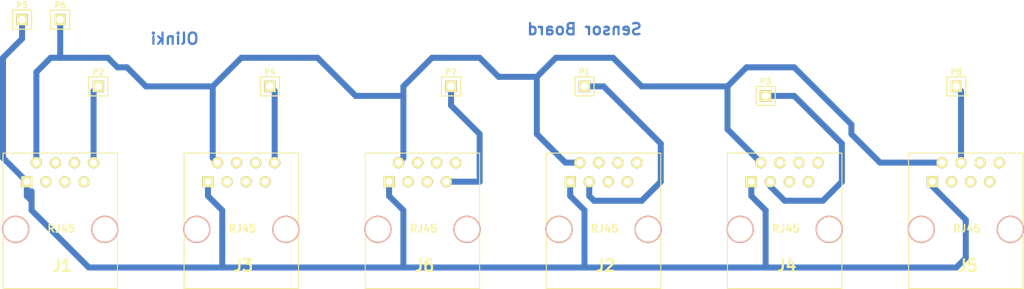
<source format=kicad_pcb>
(kicad_pcb (version 3) (host pcbnew "(2013-may-18)-stable")

  (general
    (links 18)
    (no_connects 0)
    (area 18.65 12.6238 155.33751 51.371501)
    (thickness 1.6)
    (drawings 2)
    (tracks 91)
    (zones 0)
    (modules 14)
    (nets 9)
  )

  (page A3)
  (layers
    (15 F.Cu signal)
    (0 B.Cu signal)
    (16 B.Adhes user)
    (17 F.Adhes user)
    (18 B.Paste user)
    (19 F.Paste user)
    (20 B.SilkS user)
    (21 F.SilkS user)
    (22 B.Mask user)
    (23 F.Mask user)
    (24 Dwgs.User user)
    (25 Cmts.User user)
    (26 Eco1.User user)
    (27 Eco2.User user)
    (28 Edge.Cuts user)
  )

  (setup
    (last_trace_width 0.8)
    (trace_clearance 0.254)
    (zone_clearance 0.508)
    (zone_45_only no)
    (trace_min 0.254)
    (segment_width 0.2)
    (edge_width 0.1)
    (via_size 0.889)
    (via_drill 0.635)
    (via_min_size 0.889)
    (via_min_drill 0.508)
    (uvia_size 0.508)
    (uvia_drill 0.127)
    (uvias_allowed no)
    (uvia_min_size 0.508)
    (uvia_min_drill 0.127)
    (pcb_text_width 0.3)
    (pcb_text_size 1.5 1.5)
    (mod_edge_width 0.15)
    (mod_text_size 1 1)
    (mod_text_width 0.15)
    (pad_size 1.5 1.5)
    (pad_drill 0.6)
    (pad_to_mask_clearance 0)
    (aux_axis_origin 0 0)
    (visible_elements FFFFFFBF)
    (pcbplotparams
      (layerselection 3178497)
      (usegerberextensions false)
      (excludeedgelayer true)
      (linewidth 0.150000)
      (plotframeref false)
      (viasonmask false)
      (mode 1)
      (useauxorigin false)
      (hpglpennumber 1)
      (hpglpenspeed 20)
      (hpglpendiameter 15)
      (hpglpenoverlay 2)
      (psnegative false)
      (psa4output false)
      (plotreference true)
      (plotvalue true)
      (plotothertext true)
      (plotinvisibletext false)
      (padsonsilk false)
      (subtractmaskfromsilk false)
      (outputformat 2)
      (mirror false)
      (drillshape 0)
      (scaleselection 1)
      (outputdirectory ""))
  )

  (net 0 "")
  (net 1 GND)
  (net 2 N-000001)
  (net 3 N-0000018)
  (net 4 N-0000028)
  (net 5 N-0000041)
  (net 6 N-0000043)
  (net 7 N-000009)
  (net 8 VCC)

  (net_class Default "This is the default net class."
    (clearance 0.254)
    (trace_width 0.8)
    (via_dia 0.889)
    (via_drill 0.635)
    (uvia_dia 0.508)
    (uvia_drill 0.127)
    (add_net "")
    (add_net GND)
    (add_net N-000001)
    (add_net N-0000018)
    (add_net N-0000028)
    (add_net N-0000041)
    (add_net N-0000043)
    (add_net N-000009)
    (add_net VCC)
  )

  (module RJ45_8 (layer F.Cu) (tedit 4745DA96) (tstamp 5624461F)
    (at 26.67 43.18)
    (tags RJ45)
    (path /56241AAA)
    (fp_text reference J1 (at 0.254 4.826) (layer F.SilkS)
      (effects (font (size 1.524 1.524) (thickness 0.3048)))
    )
    (fp_text value RJ45 (at 0.14224 -0.1016) (layer F.SilkS)
      (effects (font (size 1.00076 1.00076) (thickness 0.2032)))
    )
    (fp_line (start -7.62 7.874) (end 7.62 7.874) (layer F.SilkS) (width 0.127))
    (fp_line (start 7.62 7.874) (end 7.62 -10.16) (layer F.SilkS) (width 0.127))
    (fp_line (start 7.62 -10.16) (end -7.62 -10.16) (layer F.SilkS) (width 0.127))
    (fp_line (start -7.62 -10.16) (end -7.62 7.874) (layer F.SilkS) (width 0.127))
    (pad Hole np_thru_hole circle (at 5.93852 0) (size 3.64998 3.64998) (drill 3.2512)
      (layers *.Cu *.SilkS *.Mask)
    )
    (pad Hole np_thru_hole circle (at -5.9309 0) (size 3.64998 3.64998) (drill 3.2512)
      (layers *.Cu *.SilkS *.Mask)
    )
    (pad 1 thru_hole rect (at -4.445 -6.35) (size 1.50114 1.50114) (drill 0.89916)
      (layers *.Cu *.Mask F.SilkS)
      (net 8 VCC)
    )
    (pad 2 thru_hole circle (at -3.175 -8.89) (size 1.50114 1.50114) (drill 0.89916)
      (layers *.Cu *.Mask F.SilkS)
      (net 1 GND)
    )
    (pad 3 thru_hole circle (at -1.905 -6.35) (size 1.50114 1.50114) (drill 0.89916)
      (layers *.Cu *.Mask F.SilkS)
    )
    (pad 4 thru_hole circle (at -0.635 -8.89) (size 1.50114 1.50114) (drill 0.89916)
      (layers *.Cu *.Mask F.SilkS)
    )
    (pad 5 thru_hole circle (at 0.635 -6.35) (size 1.50114 1.50114) (drill 0.89916)
      (layers *.Cu *.Mask F.SilkS)
    )
    (pad 6 thru_hole circle (at 1.905 -8.89) (size 1.50114 1.50114) (drill 0.89916)
      (layers *.Cu *.Mask F.SilkS)
    )
    (pad 7 thru_hole circle (at 3.175 -6.35) (size 1.50114 1.50114) (drill 0.89916)
      (layers *.Cu *.Mask F.SilkS)
    )
    (pad 8 thru_hole circle (at 4.445 -8.89) (size 1.50114 1.50114) (drill 0.89916)
      (layers *.Cu *.Mask F.SilkS)
      (net 4 N-0000028)
    )
    (model connectors/RJ45_8.wrl
      (at (xyz 0 0 0))
      (scale (xyz 0.4 0.4 0.4))
      (rotate (xyz 0 0 0))
    )
  )

  (module RJ45_8 (layer F.Cu) (tedit 4745DA96) (tstamp 56244631)
    (at 50.8 43.18)
    (tags RJ45)
    (path /56241AB9)
    (fp_text reference J3 (at 0.254 4.826) (layer F.SilkS)
      (effects (font (size 1.524 1.524) (thickness 0.3048)))
    )
    (fp_text value RJ45 (at 0.14224 -0.1016) (layer F.SilkS)
      (effects (font (size 1.00076 1.00076) (thickness 0.2032)))
    )
    (fp_line (start -7.62 7.874) (end 7.62 7.874) (layer F.SilkS) (width 0.127))
    (fp_line (start 7.62 7.874) (end 7.62 -10.16) (layer F.SilkS) (width 0.127))
    (fp_line (start 7.62 -10.16) (end -7.62 -10.16) (layer F.SilkS) (width 0.127))
    (fp_line (start -7.62 -10.16) (end -7.62 7.874) (layer F.SilkS) (width 0.127))
    (pad Hole np_thru_hole circle (at 5.93852 0) (size 3.64998 3.64998) (drill 3.2512)
      (layers *.Cu *.SilkS *.Mask)
    )
    (pad Hole np_thru_hole circle (at -5.9309 0) (size 3.64998 3.64998) (drill 3.2512)
      (layers *.Cu *.SilkS *.Mask)
    )
    (pad 1 thru_hole rect (at -4.445 -6.35) (size 1.50114 1.50114) (drill 0.89916)
      (layers *.Cu *.Mask F.SilkS)
      (net 8 VCC)
    )
    (pad 2 thru_hole circle (at -3.175 -8.89) (size 1.50114 1.50114) (drill 0.89916)
      (layers *.Cu *.Mask F.SilkS)
      (net 1 GND)
    )
    (pad 3 thru_hole circle (at -1.905 -6.35) (size 1.50114 1.50114) (drill 0.89916)
      (layers *.Cu *.Mask F.SilkS)
    )
    (pad 4 thru_hole circle (at -0.635 -8.89) (size 1.50114 1.50114) (drill 0.89916)
      (layers *.Cu *.Mask F.SilkS)
    )
    (pad 5 thru_hole circle (at 0.635 -6.35) (size 1.50114 1.50114) (drill 0.89916)
      (layers *.Cu *.Mask F.SilkS)
    )
    (pad 6 thru_hole circle (at 1.905 -8.89) (size 1.50114 1.50114) (drill 0.89916)
      (layers *.Cu *.Mask F.SilkS)
    )
    (pad 7 thru_hole circle (at 3.175 -6.35) (size 1.50114 1.50114) (drill 0.89916)
      (layers *.Cu *.Mask F.SilkS)
    )
    (pad 8 thru_hole circle (at 4.445 -8.89) (size 1.50114 1.50114) (drill 0.89916)
      (layers *.Cu *.Mask F.SilkS)
      (net 3 N-0000018)
    )
    (model connectors/RJ45_8.wrl
      (at (xyz 0 0 0))
      (scale (xyz 0.4 0.4 0.4))
      (rotate (xyz 0 0 0))
    )
  )

  (module RJ45_8 (layer F.Cu) (tedit 4745DA96) (tstamp 56244643)
    (at 74.93 43.18)
    (tags RJ45)
    (path /56241AD7)
    (fp_text reference J6 (at 0.254 4.826) (layer F.SilkS)
      (effects (font (size 1.524 1.524) (thickness 0.3048)))
    )
    (fp_text value RJ45 (at 0.14224 -0.1016) (layer F.SilkS)
      (effects (font (size 1.00076 1.00076) (thickness 0.2032)))
    )
    (fp_line (start -7.62 7.874) (end 7.62 7.874) (layer F.SilkS) (width 0.127))
    (fp_line (start 7.62 7.874) (end 7.62 -10.16) (layer F.SilkS) (width 0.127))
    (fp_line (start 7.62 -10.16) (end -7.62 -10.16) (layer F.SilkS) (width 0.127))
    (fp_line (start -7.62 -10.16) (end -7.62 7.874) (layer F.SilkS) (width 0.127))
    (pad Hole np_thru_hole circle (at 5.93852 0) (size 3.64998 3.64998) (drill 3.2512)
      (layers *.Cu *.SilkS *.Mask)
    )
    (pad Hole np_thru_hole circle (at -5.9309 0) (size 3.64998 3.64998) (drill 3.2512)
      (layers *.Cu *.SilkS *.Mask)
    )
    (pad 1 thru_hole rect (at -4.445 -6.35) (size 1.50114 1.50114) (drill 0.89916)
      (layers *.Cu *.Mask F.SilkS)
      (net 8 VCC)
    )
    (pad 2 thru_hole circle (at -3.175 -8.89) (size 1.50114 1.50114) (drill 0.89916)
      (layers *.Cu *.Mask F.SilkS)
      (net 1 GND)
    )
    (pad 3 thru_hole circle (at -1.905 -6.35) (size 1.50114 1.50114) (drill 0.89916)
      (layers *.Cu *.Mask F.SilkS)
    )
    (pad 4 thru_hole circle (at -0.635 -8.89) (size 1.50114 1.50114) (drill 0.89916)
      (layers *.Cu *.Mask F.SilkS)
    )
    (pad 5 thru_hole circle (at 0.635 -6.35) (size 1.50114 1.50114) (drill 0.89916)
      (layers *.Cu *.Mask F.SilkS)
    )
    (pad 6 thru_hole circle (at 1.905 -8.89) (size 1.50114 1.50114) (drill 0.89916)
      (layers *.Cu *.Mask F.SilkS)
    )
    (pad 7 thru_hole circle (at 3.175 -6.35) (size 1.50114 1.50114) (drill 0.89916)
      (layers *.Cu *.Mask F.SilkS)
      (net 5 N-0000041)
    )
    (pad 8 thru_hole circle (at 4.445 -8.89) (size 1.50114 1.50114) (drill 0.89916)
      (layers *.Cu *.Mask F.SilkS)
    )
    (model connectors/RJ45_8.wrl
      (at (xyz 0 0 0))
      (scale (xyz 0.4 0.4 0.4))
      (rotate (xyz 0 0 0))
    )
  )

  (module RJ45_8 (layer F.Cu) (tedit 4745DA96) (tstamp 56244655)
    (at 99.06 43.18)
    (tags RJ45)
    (path /56241AE6)
    (fp_text reference J2 (at 0.254 4.826) (layer F.SilkS)
      (effects (font (size 1.524 1.524) (thickness 0.3048)))
    )
    (fp_text value RJ45 (at 0.14224 -0.1016) (layer F.SilkS)
      (effects (font (size 1.00076 1.00076) (thickness 0.2032)))
    )
    (fp_line (start -7.62 7.874) (end 7.62 7.874) (layer F.SilkS) (width 0.127))
    (fp_line (start 7.62 7.874) (end 7.62 -10.16) (layer F.SilkS) (width 0.127))
    (fp_line (start 7.62 -10.16) (end -7.62 -10.16) (layer F.SilkS) (width 0.127))
    (fp_line (start -7.62 -10.16) (end -7.62 7.874) (layer F.SilkS) (width 0.127))
    (pad Hole np_thru_hole circle (at 5.93852 0) (size 3.64998 3.64998) (drill 3.2512)
      (layers *.Cu *.SilkS *.Mask)
    )
    (pad Hole np_thru_hole circle (at -5.9309 0) (size 3.64998 3.64998) (drill 3.2512)
      (layers *.Cu *.SilkS *.Mask)
    )
    (pad 1 thru_hole rect (at -4.445 -6.35) (size 1.50114 1.50114) (drill 0.89916)
      (layers *.Cu *.Mask F.SilkS)
      (net 8 VCC)
    )
    (pad 2 thru_hole circle (at -3.175 -8.89) (size 1.50114 1.50114) (drill 0.89916)
      (layers *.Cu *.Mask F.SilkS)
      (net 1 GND)
    )
    (pad 3 thru_hole circle (at -1.905 -6.35) (size 1.50114 1.50114) (drill 0.89916)
      (layers *.Cu *.Mask F.SilkS)
      (net 7 N-000009)
    )
    (pad 4 thru_hole circle (at -0.635 -8.89) (size 1.50114 1.50114) (drill 0.89916)
      (layers *.Cu *.Mask F.SilkS)
    )
    (pad 5 thru_hole circle (at 0.635 -6.35) (size 1.50114 1.50114) (drill 0.89916)
      (layers *.Cu *.Mask F.SilkS)
    )
    (pad 6 thru_hole circle (at 1.905 -8.89) (size 1.50114 1.50114) (drill 0.89916)
      (layers *.Cu *.Mask F.SilkS)
    )
    (pad 7 thru_hole circle (at 3.175 -6.35) (size 1.50114 1.50114) (drill 0.89916)
      (layers *.Cu *.Mask F.SilkS)
    )
    (pad 8 thru_hole circle (at 4.445 -8.89) (size 1.50114 1.50114) (drill 0.89916)
      (layers *.Cu *.Mask F.SilkS)
    )
    (model connectors/RJ45_8.wrl
      (at (xyz 0 0 0))
      (scale (xyz 0.4 0.4 0.4))
      (rotate (xyz 0 0 0))
    )
  )

  (module RJ45_8 (layer F.Cu) (tedit 4745DA96) (tstamp 56244667)
    (at 123.19 43.18)
    (tags RJ45)
    (path /56241AF5)
    (fp_text reference J4 (at 0.254 4.826) (layer F.SilkS)
      (effects (font (size 1.524 1.524) (thickness 0.3048)))
    )
    (fp_text value RJ45 (at 0.14224 -0.1016) (layer F.SilkS)
      (effects (font (size 1.00076 1.00076) (thickness 0.2032)))
    )
    (fp_line (start -7.62 7.874) (end 7.62 7.874) (layer F.SilkS) (width 0.127))
    (fp_line (start 7.62 7.874) (end 7.62 -10.16) (layer F.SilkS) (width 0.127))
    (fp_line (start 7.62 -10.16) (end -7.62 -10.16) (layer F.SilkS) (width 0.127))
    (fp_line (start -7.62 -10.16) (end -7.62 7.874) (layer F.SilkS) (width 0.127))
    (pad Hole np_thru_hole circle (at 5.93852 0) (size 3.64998 3.64998) (drill 3.2512)
      (layers *.Cu *.SilkS *.Mask)
    )
    (pad Hole np_thru_hole circle (at -5.9309 0) (size 3.64998 3.64998) (drill 3.2512)
      (layers *.Cu *.SilkS *.Mask)
    )
    (pad 1 thru_hole rect (at -4.445 -6.35) (size 1.50114 1.50114) (drill 0.89916)
      (layers *.Cu *.Mask F.SilkS)
      (net 8 VCC)
    )
    (pad 2 thru_hole circle (at -3.175 -8.89) (size 1.50114 1.50114) (drill 0.89916)
      (layers *.Cu *.Mask F.SilkS)
      (net 1 GND)
    )
    (pad 3 thru_hole circle (at -1.905 -6.35) (size 1.50114 1.50114) (drill 0.89916)
      (layers *.Cu *.Mask F.SilkS)
      (net 2 N-000001)
    )
    (pad 4 thru_hole circle (at -0.635 -8.89) (size 1.50114 1.50114) (drill 0.89916)
      (layers *.Cu *.Mask F.SilkS)
    )
    (pad 5 thru_hole circle (at 0.635 -6.35) (size 1.50114 1.50114) (drill 0.89916)
      (layers *.Cu *.Mask F.SilkS)
    )
    (pad 6 thru_hole circle (at 1.905 -8.89) (size 1.50114 1.50114) (drill 0.89916)
      (layers *.Cu *.Mask F.SilkS)
    )
    (pad 7 thru_hole circle (at 3.175 -6.35) (size 1.50114 1.50114) (drill 0.89916)
      (layers *.Cu *.Mask F.SilkS)
    )
    (pad 8 thru_hole circle (at 4.445 -8.89) (size 1.50114 1.50114) (drill 0.89916)
      (layers *.Cu *.Mask F.SilkS)
    )
    (model connectors/RJ45_8.wrl
      (at (xyz 0 0 0))
      (scale (xyz 0.4 0.4 0.4))
      (rotate (xyz 0 0 0))
    )
  )

  (module RJ45_8 (layer F.Cu) (tedit 4745DA96) (tstamp 56244679)
    (at 147.32 43.18)
    (tags RJ45)
    (path /56241B04)
    (fp_text reference J5 (at 0.254 4.826) (layer F.SilkS)
      (effects (font (size 1.524 1.524) (thickness 0.3048)))
    )
    (fp_text value RJ45 (at 0.14224 -0.1016) (layer F.SilkS)
      (effects (font (size 1.00076 1.00076) (thickness 0.2032)))
    )
    (fp_line (start -7.62 7.874) (end 7.62 7.874) (layer F.SilkS) (width 0.127))
    (fp_line (start 7.62 7.874) (end 7.62 -10.16) (layer F.SilkS) (width 0.127))
    (fp_line (start 7.62 -10.16) (end -7.62 -10.16) (layer F.SilkS) (width 0.127))
    (fp_line (start -7.62 -10.16) (end -7.62 7.874) (layer F.SilkS) (width 0.127))
    (pad Hole np_thru_hole circle (at 5.93852 0) (size 3.64998 3.64998) (drill 3.2512)
      (layers *.Cu *.SilkS *.Mask)
    )
    (pad Hole np_thru_hole circle (at -5.9309 0) (size 3.64998 3.64998) (drill 3.2512)
      (layers *.Cu *.SilkS *.Mask)
    )
    (pad 1 thru_hole rect (at -4.445 -6.35) (size 1.50114 1.50114) (drill 0.89916)
      (layers *.Cu *.Mask F.SilkS)
      (net 8 VCC)
    )
    (pad 2 thru_hole circle (at -3.175 -8.89) (size 1.50114 1.50114) (drill 0.89916)
      (layers *.Cu *.Mask F.SilkS)
      (net 1 GND)
    )
    (pad 3 thru_hole circle (at -1.905 -6.35) (size 1.50114 1.50114) (drill 0.89916)
      (layers *.Cu *.Mask F.SilkS)
    )
    (pad 4 thru_hole circle (at -0.635 -8.89) (size 1.50114 1.50114) (drill 0.89916)
      (layers *.Cu *.Mask F.SilkS)
      (net 6 N-0000043)
    )
    (pad 5 thru_hole circle (at 0.635 -6.35) (size 1.50114 1.50114) (drill 0.89916)
      (layers *.Cu *.Mask F.SilkS)
    )
    (pad 6 thru_hole circle (at 1.905 -8.89) (size 1.50114 1.50114) (drill 0.89916)
      (layers *.Cu *.Mask F.SilkS)
    )
    (pad 7 thru_hole circle (at 3.175 -6.35) (size 1.50114 1.50114) (drill 0.89916)
      (layers *.Cu *.Mask F.SilkS)
    )
    (pad 8 thru_hole circle (at 4.445 -8.89) (size 1.50114 1.50114) (drill 0.89916)
      (layers *.Cu *.Mask F.SilkS)
    )
    (model connectors/RJ45_8.wrl
      (at (xyz 0 0 0))
      (scale (xyz 0.4 0.4 0.4))
      (rotate (xyz 0 0 0))
    )
  )

  (module PIN_ARRAY_1 (layer F.Cu) (tedit 4E4E744E) (tstamp 56244682)
    (at 78.74 24.13)
    (descr "1 pin")
    (tags "CONN DEV")
    (path /5624346E)
    (fp_text reference P7 (at 0 -1.905) (layer F.SilkS)
      (effects (font (size 0.762 0.762) (thickness 0.1524)))
    )
    (fp_text value CONN_1 (at 0 -1.905) (layer F.SilkS) hide
      (effects (font (size 0.762 0.762) (thickness 0.1524)))
    )
    (fp_line (start 1.27 1.27) (end -1.27 1.27) (layer F.SilkS) (width 0.1524))
    (fp_line (start -1.27 -1.27) (end 1.27 -1.27) (layer F.SilkS) (width 0.1524))
    (fp_line (start -1.27 1.27) (end -1.27 -1.27) (layer F.SilkS) (width 0.1524))
    (fp_line (start 1.27 -1.27) (end 1.27 1.27) (layer F.SilkS) (width 0.1524))
    (pad 1 thru_hole rect (at 0 0) (size 1.524 1.524) (drill 1.016)
      (layers *.Cu *.Mask F.SilkS)
      (net 5 N-0000041)
    )
    (model pin_array\pin_1.wrl
      (at (xyz 0 0 0))
      (scale (xyz 1 1 1))
      (rotate (xyz 0 0 0))
    )
  )

  (module PIN_ARRAY_1 (layer F.Cu) (tedit 4E4E744E) (tstamp 5624468B)
    (at 146.05 24.13)
    (descr "1 pin")
    (tags "CONN DEV")
    (path /5624351B)
    (fp_text reference P8 (at 0 -1.905) (layer F.SilkS)
      (effects (font (size 0.762 0.762) (thickness 0.1524)))
    )
    (fp_text value CONN_1 (at 0 -1.905) (layer F.SilkS) hide
      (effects (font (size 0.762 0.762) (thickness 0.1524)))
    )
    (fp_line (start 1.27 1.27) (end -1.27 1.27) (layer F.SilkS) (width 0.1524))
    (fp_line (start -1.27 -1.27) (end 1.27 -1.27) (layer F.SilkS) (width 0.1524))
    (fp_line (start -1.27 1.27) (end -1.27 -1.27) (layer F.SilkS) (width 0.1524))
    (fp_line (start 1.27 -1.27) (end 1.27 1.27) (layer F.SilkS) (width 0.1524))
    (pad 1 thru_hole rect (at 0 0) (size 1.524 1.524) (drill 1.016)
      (layers *.Cu *.Mask F.SilkS)
      (net 6 N-0000043)
    )
    (model pin_array\pin_1.wrl
      (at (xyz 0 0 0))
      (scale (xyz 1 1 1))
      (rotate (xyz 0 0 0))
    )
  )

  (module PIN_ARRAY_1 (layer F.Cu) (tedit 4E4E744E) (tstamp 56244694)
    (at 31.75 24.13)
    (descr "1 pin")
    (tags "CONN DEV")
    (path /56244507)
    (fp_text reference P2 (at 0 -1.905) (layer F.SilkS)
      (effects (font (size 0.762 0.762) (thickness 0.1524)))
    )
    (fp_text value CONN_1 (at 0 -1.905) (layer F.SilkS) hide
      (effects (font (size 0.762 0.762) (thickness 0.1524)))
    )
    (fp_line (start 1.27 1.27) (end -1.27 1.27) (layer F.SilkS) (width 0.1524))
    (fp_line (start -1.27 -1.27) (end 1.27 -1.27) (layer F.SilkS) (width 0.1524))
    (fp_line (start -1.27 1.27) (end -1.27 -1.27) (layer F.SilkS) (width 0.1524))
    (fp_line (start 1.27 -1.27) (end 1.27 1.27) (layer F.SilkS) (width 0.1524))
    (pad 1 thru_hole rect (at 0 0) (size 1.524 1.524) (drill 1.016)
      (layers *.Cu *.Mask F.SilkS)
      (net 4 N-0000028)
    )
    (model pin_array\pin_1.wrl
      (at (xyz 0 0 0))
      (scale (xyz 1 1 1))
      (rotate (xyz 0 0 0))
    )
  )

  (module PIN_ARRAY_1 (layer F.Cu) (tedit 4E4E744E) (tstamp 5624469D)
    (at 54.61 24.13)
    (descr "1 pin")
    (tags "CONN DEV")
    (path /5624451B)
    (fp_text reference P4 (at 0 -1.905) (layer F.SilkS)
      (effects (font (size 0.762 0.762) (thickness 0.1524)))
    )
    (fp_text value CONN_1 (at 0 -1.905) (layer F.SilkS) hide
      (effects (font (size 0.762 0.762) (thickness 0.1524)))
    )
    (fp_line (start 1.27 1.27) (end -1.27 1.27) (layer F.SilkS) (width 0.1524))
    (fp_line (start -1.27 -1.27) (end 1.27 -1.27) (layer F.SilkS) (width 0.1524))
    (fp_line (start -1.27 1.27) (end -1.27 -1.27) (layer F.SilkS) (width 0.1524))
    (fp_line (start 1.27 -1.27) (end 1.27 1.27) (layer F.SilkS) (width 0.1524))
    (pad 1 thru_hole rect (at 0 0) (size 1.524 1.524) (drill 1.016)
      (layers *.Cu *.Mask F.SilkS)
      (net 3 N-0000018)
    )
    (model pin_array\pin_1.wrl
      (at (xyz 0 0 0))
      (scale (xyz 1 1 1))
      (rotate (xyz 0 0 0))
    )
  )

  (module PIN_ARRAY_1 (layer F.Cu) (tedit 4E4E744E) (tstamp 562446A6)
    (at 21.59 15.24)
    (descr "1 pin")
    (tags "CONN DEV")
    (path /56244596)
    (fp_text reference P5 (at 0 -1.905) (layer F.SilkS)
      (effects (font (size 0.762 0.762) (thickness 0.1524)))
    )
    (fp_text value CONN_1 (at 0 -1.905) (layer F.SilkS) hide
      (effects (font (size 0.762 0.762) (thickness 0.1524)))
    )
    (fp_line (start 1.27 1.27) (end -1.27 1.27) (layer F.SilkS) (width 0.1524))
    (fp_line (start -1.27 -1.27) (end 1.27 -1.27) (layer F.SilkS) (width 0.1524))
    (fp_line (start -1.27 1.27) (end -1.27 -1.27) (layer F.SilkS) (width 0.1524))
    (fp_line (start 1.27 -1.27) (end 1.27 1.27) (layer F.SilkS) (width 0.1524))
    (pad 1 thru_hole rect (at 0 0) (size 1.524 1.524) (drill 1.016)
      (layers *.Cu *.Mask F.SilkS)
      (net 8 VCC)
    )
    (model pin_array\pin_1.wrl
      (at (xyz 0 0 0))
      (scale (xyz 1 1 1))
      (rotate (xyz 0 0 0))
    )
  )

  (module PIN_ARRAY_1 (layer F.Cu) (tedit 4E4E744E) (tstamp 562446AF)
    (at 26.67 15.24)
    (descr "1 pin")
    (tags "CONN DEV")
    (path /562445A5)
    (fp_text reference P6 (at 0 -1.905) (layer F.SilkS)
      (effects (font (size 0.762 0.762) (thickness 0.1524)))
    )
    (fp_text value CONN_1 (at 0 -1.905) (layer F.SilkS) hide
      (effects (font (size 0.762 0.762) (thickness 0.1524)))
    )
    (fp_line (start 1.27 1.27) (end -1.27 1.27) (layer F.SilkS) (width 0.1524))
    (fp_line (start -1.27 -1.27) (end 1.27 -1.27) (layer F.SilkS) (width 0.1524))
    (fp_line (start -1.27 1.27) (end -1.27 -1.27) (layer F.SilkS) (width 0.1524))
    (fp_line (start 1.27 -1.27) (end 1.27 1.27) (layer F.SilkS) (width 0.1524))
    (pad 1 thru_hole rect (at 0 0) (size 1.524 1.524) (drill 1.016)
      (layers *.Cu *.Mask F.SilkS)
      (net 1 GND)
    )
    (model pin_array\pin_1.wrl
      (at (xyz 0 0 0))
      (scale (xyz 1 1 1))
      (rotate (xyz 0 0 0))
    )
  )

  (module PIN_ARRAY_1 (layer F.Cu) (tedit 4E4E744E) (tstamp 562446B8)
    (at 96.52 24.13)
    (descr "1 pin")
    (tags "CONN DEV")
    (path /56244657)
    (fp_text reference P1 (at 0 -1.905) (layer F.SilkS)
      (effects (font (size 0.762 0.762) (thickness 0.1524)))
    )
    (fp_text value CONN_1 (at 0 -1.905) (layer F.SilkS) hide
      (effects (font (size 0.762 0.762) (thickness 0.1524)))
    )
    (fp_line (start 1.27 1.27) (end -1.27 1.27) (layer F.SilkS) (width 0.1524))
    (fp_line (start -1.27 -1.27) (end 1.27 -1.27) (layer F.SilkS) (width 0.1524))
    (fp_line (start -1.27 1.27) (end -1.27 -1.27) (layer F.SilkS) (width 0.1524))
    (fp_line (start 1.27 -1.27) (end 1.27 1.27) (layer F.SilkS) (width 0.1524))
    (pad 1 thru_hole rect (at 0 0) (size 1.524 1.524) (drill 1.016)
      (layers *.Cu *.Mask F.SilkS)
      (net 7 N-000009)
    )
    (model pin_array\pin_1.wrl
      (at (xyz 0 0 0))
      (scale (xyz 1 1 1))
      (rotate (xyz 0 0 0))
    )
  )

  (module PIN_ARRAY_1 (layer F.Cu) (tedit 4E4E744E) (tstamp 562446C1)
    (at 120.65 25.4)
    (descr "1 pin")
    (tags "CONN DEV")
    (path /56244666)
    (fp_text reference P3 (at 0 -1.905) (layer F.SilkS)
      (effects (font (size 0.762 0.762) (thickness 0.1524)))
    )
    (fp_text value CONN_1 (at 0 -1.905) (layer F.SilkS) hide
      (effects (font (size 0.762 0.762) (thickness 0.1524)))
    )
    (fp_line (start 1.27 1.27) (end -1.27 1.27) (layer F.SilkS) (width 0.1524))
    (fp_line (start -1.27 -1.27) (end 1.27 -1.27) (layer F.SilkS) (width 0.1524))
    (fp_line (start -1.27 1.27) (end -1.27 -1.27) (layer F.SilkS) (width 0.1524))
    (fp_line (start 1.27 -1.27) (end 1.27 1.27) (layer F.SilkS) (width 0.1524))
    (pad 1 thru_hole rect (at 0 0) (size 1.524 1.524) (drill 1.016)
      (layers *.Cu *.Mask F.SilkS)
      (net 2 N-000001)
    )
    (model pin_array\pin_1.wrl
      (at (xyz 0 0 0))
      (scale (xyz 1 1 1))
      (rotate (xyz 0 0 0))
    )
  )

  (gr_text "Sensor Board" (at 96.52 16.51) (layer B.Cu)
    (effects (font (size 1.5 1.5) (thickness 0.3)) (justify mirror))
  )
  (gr_text Olinki (at 41.91 17.78) (layer B.Cu)
    (effects (font (size 1.5 1.5) (thickness 0.3)) (justify mirror))
  )

  (segment (start 26.67 20.32) (end 26.67 15.24) (width 0.8) (layer B.Cu) (net 1))
  (segment (start 46.99 24.13) (end 38.1 24.13) (width 0.8) (layer B.Cu) (net 1))
  (segment (start 23.495 22.225) (end 23.495 34.29) (width 0.8) (layer B.Cu) (net 1) (tstamp 562447EA))
  (segment (start 25.4 20.32) (end 23.495 22.225) (width 0.8) (layer B.Cu) (net 1) (tstamp 562447E9))
  (segment (start 33.02 20.32) (end 26.67 20.32) (width 0.8) (layer B.Cu) (net 1) (tstamp 562447E8))
  (segment (start 26.67 20.32) (end 25.4 20.32) (width 0.8) (layer B.Cu) (net 1) (tstamp 562447FF))
  (segment (start 34.29 21.59) (end 33.02 20.32) (width 0.8) (layer B.Cu) (net 1) (tstamp 562447E7))
  (segment (start 35.56 21.59) (end 34.29 21.59) (width 0.8) (layer B.Cu) (net 1) (tstamp 562447E6))
  (segment (start 38.1 24.13) (end 35.56 21.59) (width 0.8) (layer B.Cu) (net 1) (tstamp 562447E5))
  (segment (start 72.39 25.4) (end 66.04 25.4) (width 0.8) (layer B.Cu) (net 1))
  (segment (start 46.99 33.655) (end 47.625 34.29) (width 0.8) (layer B.Cu) (net 1) (tstamp 562447E2))
  (segment (start 46.99 24.13) (end 46.99 33.655) (width 0.8) (layer B.Cu) (net 1) (tstamp 562447E1))
  (segment (start 50.8 20.32) (end 46.99 24.13) (width 0.8) (layer B.Cu) (net 1) (tstamp 562447E0))
  (segment (start 60.96 20.32) (end 50.8 20.32) (width 0.8) (layer B.Cu) (net 1) (tstamp 562447DE))
  (segment (start 66.04 25.4) (end 60.96 20.32) (width 0.8) (layer B.Cu) (net 1) (tstamp 562447DD))
  (segment (start 90.17 22.86) (end 85.09 22.86) (width 0.8) (layer B.Cu) (net 1))
  (segment (start 72.39 33.655) (end 71.755 34.29) (width 0.8) (layer B.Cu) (net 1) (tstamp 562447D3))
  (segment (start 72.39 24.13) (end 72.39 25.4) (width 0.8) (layer B.Cu) (net 1) (tstamp 562447D2))
  (segment (start 72.39 25.4) (end 72.39 33.655) (width 0.8) (layer B.Cu) (net 1) (tstamp 562447DB))
  (segment (start 76.2 20.32) (end 72.39 24.13) (width 0.8) (layer B.Cu) (net 1) (tstamp 562447D1))
  (segment (start 82.55 20.32) (end 76.2 20.32) (width 0.8) (layer B.Cu) (net 1) (tstamp 562447D0))
  (segment (start 85.09 22.86) (end 82.55 20.32) (width 0.8) (layer B.Cu) (net 1) (tstamp 562447CF))
  (segment (start 115.57 24.13) (end 104.14 24.13) (width 0.8) (layer B.Cu) (net 1))
  (segment (start 93.98 34.29) (end 95.885 34.29) (width 0.8) (layer B.Cu) (net 1) (tstamp 562447CC))
  (segment (start 90.17 30.48) (end 93.98 34.29) (width 0.8) (layer B.Cu) (net 1) (tstamp 562447CB))
  (segment (start 90.17 22.86) (end 90.17 30.48) (width 0.8) (layer B.Cu) (net 1) (tstamp 562447CA))
  (segment (start 92.71 20.32) (end 90.17 22.86) (width 0.8) (layer B.Cu) (net 1) (tstamp 562447C9))
  (segment (start 100.33 20.32) (end 92.71 20.32) (width 0.8) (layer B.Cu) (net 1) (tstamp 562447C8))
  (segment (start 104.14 24.13) (end 100.33 20.32) (width 0.8) (layer B.Cu) (net 1) (tstamp 562447C7))
  (segment (start 144.145 34.29) (end 135.89 34.29) (width 0.8) (layer B.Cu) (net 1))
  (segment (start 115.57 29.845) (end 120.015 34.29) (width 0.8) (layer B.Cu) (net 1) (tstamp 562447C3))
  (segment (start 115.57 24.13) (end 115.57 29.845) (width 0.8) (layer B.Cu) (net 1) (tstamp 562447C2))
  (segment (start 118.11 21.59) (end 115.57 24.13) (width 0.8) (layer B.Cu) (net 1) (tstamp 562447C1))
  (segment (start 124.46 21.59) (end 118.11 21.59) (width 0.8) (layer B.Cu) (net 1) (tstamp 562447BF))
  (segment (start 132.08 29.21) (end 124.46 21.59) (width 0.8) (layer B.Cu) (net 1) (tstamp 562447BE))
  (segment (start 132.08 30.48) (end 132.08 29.21) (width 0.8) (layer B.Cu) (net 1) (tstamp 562447BD))
  (segment (start 135.89 34.29) (end 132.08 30.48) (width 0.8) (layer B.Cu) (net 1) (tstamp 562447BC))
  (segment (start 121.285 36.83) (end 121.285 37.465) (width 0.8) (layer B.Cu) (net 2))
  (segment (start 124.46 25.4) (end 120.65 25.4) (width 0.8) (layer B.Cu) (net 2) (tstamp 562447B8))
  (segment (start 130.81 31.75) (end 124.46 25.4) (width 0.8) (layer B.Cu) (net 2) (tstamp 562447B6))
  (segment (start 130.81 36.83) (end 130.81 31.75) (width 0.8) (layer B.Cu) (net 2) (tstamp 562447B5))
  (segment (start 128.27 39.37) (end 130.81 36.83) (width 0.8) (layer B.Cu) (net 2) (tstamp 562447B4))
  (segment (start 123.19 39.37) (end 128.27 39.37) (width 0.8) (layer B.Cu) (net 2) (tstamp 562447B3))
  (segment (start 121.285 37.465) (end 123.19 39.37) (width 0.8) (layer B.Cu) (net 2) (tstamp 562447B2))
  (segment (start 55.245 34.29) (end 55.245 24.765) (width 0.8) (layer B.Cu) (net 3))
  (segment (start 55.245 24.765) (end 54.61 24.13) (width 0.8) (layer B.Cu) (net 3) (tstamp 562447AF))
  (segment (start 31.115 34.29) (end 31.115 24.765) (width 0.8) (layer B.Cu) (net 4))
  (segment (start 31.115 24.765) (end 31.75 24.13) (width 0.8) (layer B.Cu) (net 4) (tstamp 562447AC))
  (segment (start 78.105 36.83) (end 82.55 36.83) (width 0.8) (layer B.Cu) (net 5))
  (segment (start 78.74 26.67) (end 78.74 24.13) (width 0.8) (layer B.Cu) (net 5) (tstamp 562447A1))
  (segment (start 82.55 30.48) (end 78.74 26.67) (width 0.8) (layer B.Cu) (net 5) (tstamp 562447A0))
  (segment (start 82.55 36.83) (end 82.55 30.48) (width 0.8) (layer B.Cu) (net 5) (tstamp 5624479F))
  (segment (start 146.685 34.29) (end 146.685 24.765) (width 0.8) (layer B.Cu) (net 6))
  (segment (start 146.685 24.765) (end 146.05 24.13) (width 0.8) (layer B.Cu) (net 6) (tstamp 56244779))
  (segment (start 97.155 36.83) (end 97.155 38.735) (width 0.8) (layer B.Cu) (net 7))
  (segment (start 99.06 24.13) (end 96.52 24.13) (width 0.8) (layer B.Cu) (net 7) (tstamp 562447A9))
  (segment (start 106.68 31.75) (end 99.06 24.13) (width 0.8) (layer B.Cu) (net 7) (tstamp 562447A8))
  (segment (start 106.68 36.83) (end 106.68 31.75) (width 0.8) (layer B.Cu) (net 7) (tstamp 562447A7))
  (segment (start 104.14 39.37) (end 106.68 36.83) (width 0.8) (layer B.Cu) (net 7) (tstamp 562447A6))
  (segment (start 97.79 39.37) (end 104.14 39.37) (width 0.8) (layer B.Cu) (net 7) (tstamp 562447A5))
  (segment (start 97.155 38.735) (end 97.79 39.37) (width 0.8) (layer B.Cu) (net 7) (tstamp 562447A4))
  (segment (start 21.59 15.24) (end 21.59 17.78) (width 0.8) (layer B.Cu) (net 8))
  (segment (start 19.05 33.655) (end 22.225 36.83) (width 0.8) (layer B.Cu) (net 8) (tstamp 56244805))
  (segment (start 19.05 20.32) (end 19.05 33.655) (width 0.8) (layer B.Cu) (net 8) (tstamp 56244804))
  (segment (start 21.59 17.78) (end 19.05 20.32) (width 0.8) (layer B.Cu) (net 8) (tstamp 56244803))
  (segment (start 22.225 36.83) (end 22.225 38.735) (width 0.8) (layer B.Cu) (net 8))
  (segment (start 22.225 38.735) (end 22.86 39.37) (width 0.8) (layer B.Cu) (net 8) (tstamp 562447D6))
  (segment (start 46.355 36.83) (end 46.355 38.735) (width 0.8) (layer B.Cu) (net 8))
  (segment (start 48.26 40.64) (end 48.26 48.26) (width 0.8) (layer B.Cu) (net 8) (tstamp 5624479A))
  (segment (start 46.355 38.735) (end 48.26 40.64) (width 0.8) (layer B.Cu) (net 8) (tstamp 56244799))
  (segment (start 70.485 36.83) (end 70.485 38.735) (width 0.8) (layer B.Cu) (net 8))
  (segment (start 72.39 40.64) (end 72.39 48.26) (width 0.8) (layer B.Cu) (net 8) (tstamp 56244794))
  (segment (start 70.485 38.735) (end 72.39 40.64) (width 0.8) (layer B.Cu) (net 8) (tstamp 56244793))
  (segment (start 94.615 36.83) (end 94.615 38.735) (width 0.8) (layer B.Cu) (net 8))
  (segment (start 96.52 40.64) (end 96.52 48.26) (width 0.8) (layer B.Cu) (net 8) (tstamp 5624478E))
  (segment (start 94.615 38.735) (end 96.52 40.64) (width 0.8) (layer B.Cu) (net 8) (tstamp 5624478D))
  (segment (start 118.745 36.83) (end 118.745 38.735) (width 0.8) (layer B.Cu) (net 8))
  (segment (start 120.65 40.64) (end 120.65 48.26) (width 0.8) (layer B.Cu) (net 8) (tstamp 56244788))
  (segment (start 118.745 38.735) (end 120.65 40.64) (width 0.8) (layer B.Cu) (net 8) (tstamp 56244787))
  (segment (start 142.875 36.83) (end 142.875 37.465) (width 0.8) (layer B.Cu) (net 8))
  (segment (start 22.86 40.64) (end 22.86 39.37) (width 0.8) (layer B.Cu) (net 8) (tstamp 56244783))
  (segment (start 22.86 39.37) (end 22.86 38.1) (width 0.8) (layer B.Cu) (net 8) (tstamp 562447D9))
  (segment (start 30.48 48.26) (end 22.86 40.64) (width 0.8) (layer B.Cu) (net 8) (tstamp 56244781))
  (segment (start 146.05 48.26) (end 120.65 48.26) (width 0.8) (layer B.Cu) (net 8) (tstamp 56244780))
  (segment (start 120.65 48.26) (end 96.52 48.26) (width 0.8) (layer B.Cu) (net 8) (tstamp 5624478B))
  (segment (start 96.52 48.26) (end 72.39 48.26) (width 0.8) (layer B.Cu) (net 8) (tstamp 56244791))
  (segment (start 72.39 48.26) (end 48.26 48.26) (width 0.8) (layer B.Cu) (net 8) (tstamp 56244797))
  (segment (start 48.26 48.26) (end 30.48 48.26) (width 0.8) (layer B.Cu) (net 8) (tstamp 5624479D))
  (segment (start 147.32 46.99) (end 146.05 48.26) (width 0.8) (layer B.Cu) (net 8) (tstamp 5624477F))
  (segment (start 147.32 41.91) (end 147.32 46.99) (width 0.8) (layer B.Cu) (net 8) (tstamp 5624477D))
  (segment (start 142.875 37.465) (end 147.32 41.91) (width 0.8) (layer B.Cu) (net 8) (tstamp 5624477C))

)

</source>
